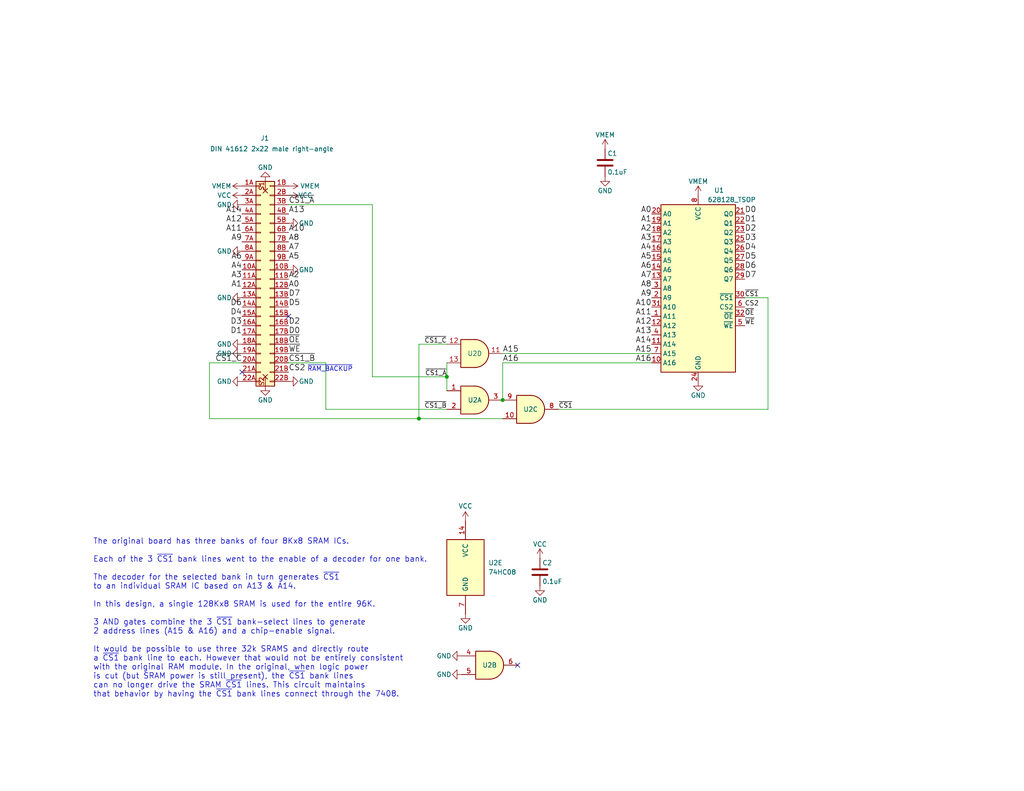
<source format=kicad_sch>
(kicad_sch (version 20211123) (generator eeschema)
  (paper "USLetter")
  (title_block (title "TANDY Model 600 96K SRAM Module") (date "2022-09-23") (rev "008") (company "Brian K. White - b.kenyon.w@gmail.com") (comment 1 "LICENSE: CC-BY-SA 4.0") (comment 2 "Originally based on Model600Sram_v1.1 by Jayeson Lee-Steer"))
  (lib_symbols
    (symbol "000_LOCAL:628128_TSOP"
      (property "Reference" "U" (at -10.16 23.495 0))
      (property "Value" "628128_TSOP" (at 2.54 23.495 0))
      (symbol "628128_TSOP_0_0"
        (pin power_in line (at 0 -25.4 90) (length 2.54) (name "GND") (number "24"))
        (pin power_in line (at 0 25.4 270) (length 2.54) (name "VCC") (number "8"))
      )
      (symbol "628128_TSOP_0_1"
        (rectangle (start -10.16 22.86) (end 10.16 -22.86) (stroke (width 0.254)) (fill (type background)))
      )
      (symbol "628128_TSOP_1_1"
        (pin input line (at -12.7 -7.62 0) (length 2.54) (name "A11") (number "1"))
        (pin input line (at -12.7 -20.32 0) (length 2.54) (name "A16") (number "10"))
        (pin input line (at -12.7 -15.24 0) (length 2.54) (name "A14") (number "11"))
        (pin input line (at -12.7 -10.16 0) (length 2.54) (name "A12") (number "12"))
        (pin input line (at -12.7 2.54 0) (length 2.54) (name "A7") (number "13"))
        (pin input line (at -12.7 5.08 0) (length 2.54) (name "A6") (number "14"))
        (pin input line (at -12.7 7.62 0) (length 2.54) (name "A5") (number "15"))
        (pin input line (at -12.7 10.16 0) (length 2.54) (name "A4") (number "16"))
        (pin input line (at -12.7 12.7 0) (length 2.54) (name "A3") (number "17"))
        (pin input line (at -12.7 15.24 0) (length 2.54) (name "A2") (number "18"))
        (pin input line (at -12.7 17.78 0) (length 2.54) (name "A1") (number "19"))
        (pin input line (at -12.7 -2.54 0) (length 2.54) (name "A9") (number "2"))
        (pin input line (at -12.7 20.32 0) (length 2.54) (name "A0") (number "20"))
        (pin tri_state line (at 12.7 20.32 180) (length 2.54) (name "Q0") (number "21"))
        (pin tri_state line (at 12.7 17.78 180) (length 2.54) (name "Q1") (number "22"))
        (pin tri_state line (at 12.7 15.24 180) (length 2.54) (name "Q2") (number "23"))
        (pin tri_state line (at 12.7 12.7 180) (length 2.54) (name "Q3") (number "25"))
        (pin tri_state line (at 12.7 10.16 180) (length 2.54) (name "Q4") (number "26"))
        (pin tri_state line (at 12.7 7.62 180) (length 2.54) (name "Q5") (number "27"))
        (pin tri_state line (at 12.7 5.08 180) (length 2.54) (name "Q6") (number "28"))
        (pin tri_state line (at 12.7 2.54 180) (length 2.54) (name "Q7") (number "29"))
        (pin input line (at -12.7 0 0) (length 2.54) (name "A8") (number "3"))
        (pin input line (at 12.7 -2.54 180) (length 2.54) (name "~{CS1}") (number "30"))
        (pin input line (at -12.7 -5.08 0) (length 2.54) (name "A10") (number "31"))
        (pin input line (at 12.7 -7.62 180) (length 2.54) (name "~{OE}") (number "32"))
        (pin input line (at -12.7 -12.7 0) (length 2.54) (name "A13") (number "4"))
        (pin input line (at 12.7 -10.16 180) (length 2.54) (name "~{WE}") (number "5"))
        (pin input line (at 12.7 -5.08 180) (length 2.54) (name "CS2") (number "6"))
        (pin input line (at -12.7 -17.78 0) (length 2.54) (name "A15") (number "7"))
        (pin no_connect line (at 10.16 -20.32 180) (length 2.54) hide (name "NC") (number "9"))
      )
    )
    (symbol "000_LOCAL:74HC08" (pin_names (offset 1.016))
      (property "Reference" "U" (at 0 1.27 0))
      (property "Value" "74HC08" (at 0 -1.27 0))
      (symbol "74HC08_1_1"
        (arc (start 0 -3.81) (mid 3.81 0) (end 0 3.81) (stroke (width 0.254)) (fill (type background)))
        (polyline (pts (xy 0 3.81) (xy -3.81 3.81) (xy -3.81 -3.81) (xy 0 -3.81)) (stroke (width 0.254)) (fill (type background)))
        (pin input line (at -7.62 2.54 0) (length 3.81) (name "~") (number "1"))
        (pin input line (at -7.62 -2.54 0) (length 3.81) (name "~") (number "2"))
        (pin output line (at 7.62 0 180) (length 3.81) (name "~") (number "3"))
      )
      (symbol "74HC08_1_2"
        (arc (start -3.81 -3.81) (mid -2.589 0) (end -3.81 3.81) (stroke (width 0.254)))
        (arc (start -0.6096 -3.81) (mid 2.1842 -2.5851) (end 3.81 0) (stroke (width 0.254)) (fill (type background)))
        (polyline (pts (xy -3.81 -3.81) (xy -0.635 -3.81)) (stroke (width 0.254)) (fill (type background)))
        (polyline (pts (xy -3.81 3.81) (xy -0.635 3.81)) (stroke (width 0.254)) (fill (type background)))
        (polyline (pts (xy -0.635 3.81) (xy -3.81 3.81) (xy -3.81 3.81) (xy -3.556 3.4036) (xy -3.0226 2.2606) (xy -2.6924 1.0414) (xy -2.6162 -0.254) (xy -2.7686 -1.4986) (xy -3.175 -2.7178) (xy -3.81 -3.81) (xy -3.81 -3.81) (xy -0.635 -3.81)) (stroke (width -25.4)) (fill (type background)))
        (arc (start 3.81 0) (mid 2.1915 2.5936) (end -0.6096 3.81) (stroke (width 0.254)) (fill (type background)))
        (pin input inverted (at -7.62 2.54 0) (length 4.318) (name "~") (number "1"))
        (pin input inverted (at -7.62 -2.54 0) (length 4.318) (name "~") (number "2"))
        (pin output inverted (at 7.62 0 180) (length 3.81) (name "~") (number "3"))
      )
      (symbol "74HC08_2_1"
        (arc (start 0 -3.81) (mid 3.81 0) (end 0 3.81) (stroke (width 0.254)) (fill (type background)))
        (polyline (pts (xy 0 3.81) (xy -3.81 3.81) (xy -3.81 -3.81) (xy 0 -3.81)) (stroke (width 0.254)) (fill (type background)))
        (pin input line (at -7.62 2.54 0) (length 3.81) (name "~") (number "4"))
        (pin input line (at -7.62 -2.54 0) (length 3.81) (name "~") (number "5"))
        (pin output line (at 7.62 0 180) (length 3.81) (name "~") (number "6"))
      )
      (symbol "74HC08_2_2"
        (arc (start -3.81 -3.81) (mid -2.589 0) (end -3.81 3.81) (stroke (width 0.254)))
        (arc (start -0.6096 -3.81) (mid 2.1842 -2.5851) (end 3.81 0) (stroke (width 0.254)) (fill (type background)))
        (polyline (pts (xy -3.81 -3.81) (xy -0.635 -3.81)) (stroke (width 0.254)) (fill (type background)))
        (polyline (pts (xy -3.81 3.81) (xy -0.635 3.81)) (stroke (width 0.254)) (fill (type background)))
        (polyline (pts (xy -0.635 3.81) (xy -3.81 3.81) (xy -3.81 3.81) (xy -3.556 3.4036) (xy -3.0226 2.2606) (xy -2.6924 1.0414) (xy -2.6162 -0.254) (xy -2.7686 -1.4986) (xy -3.175 -2.7178) (xy -3.81 -3.81) (xy -3.81 -3.81) (xy -0.635 -3.81)) (stroke (width -25.4)) (fill (type background)))
        (arc (start 3.81 0) (mid 2.1915 2.5936) (end -0.6096 3.81) (stroke (width 0.254)) (fill (type background)))
        (pin input inverted (at -7.62 2.54 0) (length 4.318) (name "~") (number "4"))
        (pin input inverted (at -7.62 -2.54 0) (length 4.318) (name "~") (number "5"))
        (pin output inverted (at 7.62 0 180) (length 3.81) (name "~") (number "6"))
      )
      (symbol "74HC08_3_1"
        (arc (start 0 -3.81) (mid 3.81 0) (end 0 3.81) (stroke (width 0.254)) (fill (type background)))
        (polyline (pts (xy 0 3.81) (xy -3.81 3.81) (xy -3.81 -3.81) (xy 0 -3.81)) (stroke (width 0.254)) (fill (type background)))
        (pin input line (at -7.62 -2.54 0) (length 3.81) (name "~") (number "10"))
        (pin output line (at 7.62 0 180) (length 3.81) (name "~") (number "8"))
        (pin input line (at -7.62 2.54 0) (length 3.81) (name "~") (number "9"))
      )
      (symbol "74HC08_3_2"
        (arc (start -3.81 -3.81) (mid -2.589 0) (end -3.81 3.81) (stroke (width 0.254)))
        (arc (start -0.6096 -3.81) (mid 2.1842 -2.5851) (end 3.81 0) (stroke (width 0.254)) (fill (type background)))
        (polyline (pts (xy -3.81 -3.81) (xy -0.635 -3.81)) (stroke (width 0.254)) (fill (type background)))
        (polyline (pts (xy -3.81 3.81) (xy -0.635 3.81)) (stroke (width 0.254)) (fill (type background)))
        (polyline (pts (xy -0.635 3.81) (xy -3.81 3.81) (xy -3.81 3.81) (xy -3.556 3.4036) (xy -3.0226 2.2606) (xy -2.6924 1.0414) (xy -2.6162 -0.254) (xy -2.7686 -1.4986) (xy -3.175 -2.7178) (xy -3.81 -3.81) (xy -3.81 -3.81) (xy -0.635 -3.81)) (stroke (width -25.4)) (fill (type background)))
        (arc (start 3.81 0) (mid 2.1915 2.5936) (end -0.6096 3.81) (stroke (width 0.254)) (fill (type background)))
        (pin input inverted (at -7.62 -2.54 0) (length 4.318) (name "~") (number "10"))
        (pin output inverted (at 7.62 0 180) (length 3.81) (name "~") (number "8"))
        (pin input inverted (at -7.62 2.54 0) (length 4.318) (name "~") (number "9"))
      )
      (symbol "74HC08_4_1"
        (arc (start 0 -3.81) (mid 3.81 0) (end 0 3.81) (stroke (width 0.254)) (fill (type background)))
        (polyline (pts (xy 0 3.81) (xy -3.81 3.81) (xy -3.81 -3.81) (xy 0 -3.81)) (stroke (width 0.254)) (fill (type background)))
        (pin output line (at 7.62 0 180) (length 3.81) (name "~") (number "11"))
        (pin input line (at -7.62 2.54 0) (length 3.81) (name "~") (number "12"))
        (pin input line (at -7.62 -2.54 0) (length 3.81) (name "~") (number "13"))
      )
      (symbol "74HC08_4_2"
        (arc (start -3.81 -3.81) (mid -2.589 0) (end -3.81 3.81) (stroke (width 0.254)))
        (arc (start -0.6096 -3.81) (mid 2.1842 -2.5851) (end 3.81 0) (stroke (width 0.254)) (fill (type background)))
        (polyline (pts (xy -3.81 -3.81) (xy -0.635 -3.81)) (stroke (width 0.254)) (fill (type background)))
        (polyline (pts (xy -3.81 3.81) (xy -0.635 3.81)) (stroke (width 0.254)) (fill (type background)))
        (polyline (pts (xy -0.635 3.81) (xy -3.81 3.81) (xy -3.81 3.81) (xy -3.556 3.4036) (xy -3.0226 2.2606) (xy -2.6924 1.0414) (xy -2.6162 -0.254) (xy -2.7686 -1.4986) (xy -3.175 -2.7178) (xy -3.81 -3.81) (xy -3.81 -3.81) (xy -0.635 -3.81)) (stroke (width -25.4)) (fill (type background)))
        (arc (start 3.81 0) (mid 2.1915 2.5936) (end -0.6096 3.81) (stroke (width 0.254)) (fill (type background)))
        (pin output inverted (at 7.62 0 180) (length 3.81) (name "~") (number "11"))
        (pin input inverted (at -7.62 2.54 0) (length 4.318) (name "~") (number "12"))
        (pin input inverted (at -7.62 -2.54 0) (length 4.318) (name "~") (number "13"))
      )
      (symbol "74HC08_5_0"
        (pin power_in line (at 0 12.7 270) (length 5.08) (name "VCC") (number "14"))
        (pin power_in line (at 0 -12.7 90) (length 5.08) (name "GND") (number "7"))
      )
      (symbol "74HC08_5_1"
        (rectangle (start -5.08 7.62) (end 5.08 -7.62) (stroke (width 0.254)) (fill (type background)))
      )
    )
    (symbol "000_LOCAL:C" (pin_numbers hide) (pin_names (offset 0.254))
      (property "Reference" "C" (at 0.635 2.54 0))
      (property "Value" "C" (at 0.635 -2.54 0))
      (symbol "C_0_1"
        (polyline (pts (xy -2.032 -0.762) (xy 2.032 -0.762)) (stroke (width 0.508)))
        (polyline (pts (xy -2.032 0.762) (xy 2.032 0.762)) (stroke (width 0.508)))
      )
      (symbol "C_1_1"
        (pin passive line (at 0 3.81 270) (length 2.794) (name "~") (number "1"))
        (pin passive line (at 0 -3.81 90) (length 2.794) (name "~") (number "2"))
      )
    )
    (symbol "000_LOCAL:DIN 41612 2x22 male right-angle" (pin_names (offset 1.016) hide)
      (property "Reference" "J" (at -2.7432 28.9052 0))
      (property "Value" "DIN 41612 2x22 male right-angle" (at 18.8468 28.8036 0))
      (symbol "DIN 41612 2x22 male right-angle_1_1"
        (rectangle (start -1.27 -27.813) (end 0 -28.067) (stroke (width 0.1524)))
        (rectangle (start -1.27 -25.273) (end 0 -25.527) (stroke (width 0.1524)))
        (rectangle (start -1.27 -22.733) (end 0 -22.987) (stroke (width 0.1524)))
        (rectangle (start -1.27 -20.193) (end 0 -20.447) (stroke (width 0.1524)))
        (rectangle (start -1.27 -17.653) (end 0 -17.907) (stroke (width 0.1524)))
        (rectangle (start -1.27 -15.113) (end 0 -15.367) (stroke (width 0.1524)))
        (rectangle (start -1.27 -12.573) (end 0 -12.827) (stroke (width 0.1524)))
        (rectangle (start -1.27 -10.033) (end 0 -10.287) (stroke (width 0.1524)))
        (rectangle (start -1.27 -7.493) (end 0 -7.747) (stroke (width 0.1524)))
        (rectangle (start -1.27 -4.953) (end 0 -5.207) (stroke (width 0.1524)))
        (rectangle (start -1.27 -2.413) (end 0 -2.667) (stroke (width 0.1524)))
        (rectangle (start -1.27 0.127) (end 0 -0.127) (stroke (width 0.1524)))
        (rectangle (start -1.27 2.667) (end 0 2.413) (stroke (width 0.1524)))
        (rectangle (start -1.27 5.207) (end 0 4.953) (stroke (width 0.1524)))
        (rectangle (start -1.27 7.747) (end 0 7.493) (stroke (width 0.1524)))
        (rectangle (start -1.27 10.287) (end 0 10.033) (stroke (width 0.1524)))
        (rectangle (start -1.27 12.827) (end 0 12.573) (stroke (width 0.1524)))
        (rectangle (start -1.27 15.367) (end 0 15.113) (stroke (width 0.1524)))
        (rectangle (start -1.27 17.907) (end 0 17.653) (stroke (width 0.1524)))
        (rectangle (start -1.27 20.447) (end 0 20.193) (stroke (width 0.1524)))
        (rectangle (start -1.27 22.987) (end 0 22.733) (stroke (width 0.1524)))
        (rectangle (start -1.27 25.527) (end 0 25.273) (stroke (width 0.1524)))
        (rectangle (start -1.27 26.67) (end 3.81 -29.21) (stroke (width 0.254)) (fill (type background)))
        (rectangle (start 3.81 -27.813) (end 2.54 -28.067) (stroke (width 0.1524)))
        (rectangle (start 3.81 -25.273) (end 2.54 -25.527) (stroke (width 0.1524)))
        (rectangle (start 3.81 -22.733) (end 2.54 -22.987) (stroke (width 0.1524)))
        (rectangle (start 3.81 -20.193) (end 2.54 -20.447) (stroke (width 0.1524)))
        (rectangle (start 3.81 -17.653) (end 2.54 -17.907) (stroke (width 0.1524)))
        (rectangle (start 3.81 -15.113) (end 2.54 -15.367) (stroke (width 0.1524)))
        (rectangle (start 3.81 -12.573) (end 2.54 -12.827) (stroke (width 0.1524)))
        (rectangle (start 3.81 -10.033) (end 2.54 -10.287) (stroke (width 0.1524)))
        (rectangle (start 3.81 -7.493) (end 2.54 -7.747) (stroke (width 0.1524)))
        (rectangle (start 3.81 -4.953) (end 2.54 -5.207) (stroke (width 0.1524)))
        (rectangle (start 3.81 -2.413) (end 2.54 -2.667) (stroke (width 0.1524)))
        (rectangle (start 3.81 0.127) (end 2.54 -0.127) (stroke (width 0.1524)))
        (rectangle (start 3.81 2.667) (end 2.54 2.413) (stroke (width 0.1524)))
        (rectangle (start 3.81 5.207) (end 2.54 4.953) (stroke (width 0.1524)))
        (rectangle (start 3.81 7.747) (end 2.54 7.493) (stroke (width 0.1524)))
        (rectangle (start 3.81 10.287) (end 2.54 10.033) (stroke (width 0.1524)))
        (rectangle (start 3.81 12.827) (end 2.54 12.573) (stroke (width 0.1524)))
        (rectangle (start 3.81 15.367) (end 2.54 15.113) (stroke (width 0.1524)))
        (rectangle (start 3.81 17.907) (end 2.54 17.653) (stroke (width 0.1524)))
        (rectangle (start 3.81 20.447) (end 2.54 20.193) (stroke (width 0.1524)))
        (rectangle (start 3.81 22.987) (end 2.54 22.733) (stroke (width 0.1524)))
        (rectangle (start 3.81 25.527) (end 2.54 25.273) (stroke (width 0.1524)))
        (pin passive line (at -5.08 2.54 0) (length 3.81) (name "10A") (number "10A"))
        (pin passive line (at 7.62 2.54 180) (length 3.81) (name "10B") (number "10B"))
        (pin passive line (at -5.08 0 0) (length 3.81) (name "11A") (number "11A"))
        (pin passive line (at 7.62 0 180) (length 3.81) (name "11B") (number "11B"))
        (pin passive line (at -5.08 -2.54 0) (length 3.81) (name "12A") (number "12A"))
        (pin passive line (at 7.62 -2.54 180) (length 3.81) (name "12B") (number "12B"))
        (pin passive line (at -5.08 -5.08 0) (length 3.81) (name "13A") (number "13A"))
        (pin passive line (at 7.62 -5.08 180) (length 3.81) (name "13B") (number "13B"))
        (pin passive line (at -5.08 -7.62 0) (length 3.81) (name "14A") (number "14A"))
        (pin passive line (at 7.62 -7.62 180) (length 3.81) (name "14B") (number "14B"))
        (pin passive line (at -5.08 -10.16 0) (length 3.81) (name "15A") (number "15A"))
        (pin passive line (at 7.62 -10.16 180) (length 3.81) (name "15B") (number "15B"))
        (pin passive line (at -5.08 -12.7 0) (length 3.81) (name "16A") (number "16A"))
        (pin passive line (at 7.62 -12.7 180) (length 3.81) (name "16B") (number "16B"))
        (pin passive line (at -5.08 -15.24 0) (length 3.81) (name "17A") (number "17A"))
        (pin passive line (at 7.62 -15.24 180) (length 3.81) (name "17B") (number "17B"))
        (pin passive line (at -5.08 -17.78 0) (length 3.81) (name "18A") (number "18A"))
        (pin passive line (at 7.62 -17.78 180) (length 3.81) (name "18B") (number "18B"))
        (pin passive line (at -5.08 -20.32 0) (length 3.81) (name "19A") (number "19A"))
        (pin passive line (at 7.62 -20.32 180) (length 3.81) (name "19B") (number "19B"))
        (pin passive line (at -5.08 25.4 0) (length 3.81) (name "1A") (number "1A"))
        (pin passive line (at 7.62 25.4 180) (length 3.81) (name "1B") (number "1B"))
        (pin passive line (at -5.08 -22.86 0) (length 3.81) (name "20A") (number "20A"))
        (pin passive line (at 7.62 -22.86 180) (length 3.81) (name "20B") (number "20B"))
        (pin passive line (at -5.08 -25.4 0) (length 3.81) (name "21A") (number "21A"))
        (pin passive line (at 7.62 -25.4 180) (length 3.81) (name "21B") (number "21B"))
        (pin passive line (at -5.08 -27.94 0) (length 3.81) (name "22A") (number "22A"))
        (pin passive line (at 7.62 -27.94 180) (length 3.81) (name "22B") (number "22B"))
        (pin passive line (at -5.08 22.86 0) (length 3.81) (name "2A") (number "2A"))
        (pin passive line (at 7.62 22.86 180) (length 3.81) (name "2B") (number "2B"))
        (pin passive line (at -5.08 20.32 0) (length 3.81) (name "3A") (number "3A"))
        (pin passive line (at 7.62 20.32 180) (length 3.81) (name "3B") (number "3B"))
        (pin passive line (at -5.08 17.78 0) (length 3.81) (name "4A") (number "4A"))
        (pin passive line (at 7.62 17.78 180) (length 3.81) (name "4B") (number "4B"))
        (pin passive line (at -5.08 15.24 0) (length 3.81) (name "5A") (number "5A"))
        (pin passive line (at 7.62 15.24 180) (length 3.81) (name "5B") (number "5B"))
        (pin passive line (at -5.08 12.7 0) (length 3.81) (name "6A") (number "6A"))
        (pin passive line (at 7.62 12.7 180) (length 3.81) (name "6B") (number "6B"))
        (pin passive line (at -5.08 10.16 0) (length 3.81) (name "7A") (number "7A"))
        (pin passive line (at 7.62 10.16 180) (length 3.81) (name "7B") (number "7B"))
        (pin passive line (at -5.08 7.62 0) (length 3.81) (name "8A") (number "8A"))
        (pin passive line (at 7.62 7.62 180) (length 3.81) (name "8B") (number "8B"))
        (pin passive line (at -5.08 5.08 0) (length 3.81) (name "9A") (number "9A"))
        (pin passive line (at 7.62 5.08 180) (length 3.81) (name "9B") (number "9B"))
        (pin passive non_logic (at 1.27 26.67 270) (length 2.54) (name "mount") (number "S1"))
        (pin passive non_logic (at 1.27 -29.21 90) (length 2.54) (name "mount") (number "S2"))
      )
    )
    (symbol "000_LOCAL:GND" (power) (pin_names (offset 0))
      (property "Value" "GND" (at 0 -3.81 0))
      (symbol "GND_0_1"
        (polyline (pts (xy 0 0) (xy 0 -1.27) (xy 1.27 -1.27) (xy 0 -2.54) (xy -1.27 -1.27) (xy 0 -1.27)))
      )
      (symbol "GND_1_1"
        (pin power_in line (at 0 0 270) (length 0) hide (name "GND") (number "1"))
      )
    )
    (symbol "000_LOCAL:VCC" (power) (pin_names (offset 0))
      (property "Value" "VCC" (at 0 3.81 0))
      (symbol "VCC_0_1"
        (polyline (pts (xy -0.762 1.27) (xy 0 2.54)))
        (polyline (pts (xy 0 0) (xy 0 2.54)))
        (polyline (pts (xy 0 2.54) (xy 0.762 1.27)))
      )
      (symbol "VCC_1_1"
        (pin power_in line (at 0 0 90) (length 0) hide (name "VCC") (number "1"))
      )
    )
    (symbol "000_LOCAL:VMEM" (power) (pin_names (offset 0))
      (property "Value" "VMEM" (at 0 3.81 0))
      (symbol "VMEM_0_1"
        (polyline (pts (xy -0.762 1.27) (xy 0 2.54)))
        (polyline (pts (xy 0 0) (xy 0 2.54)))
        (polyline (pts (xy 0 2.54) (xy 0.762 1.27)))
      )
      (symbol "VMEM_1_1"
        (pin power_in line (at 0 0 90) (length 0) hide (name "VMEM") (number "1"))
      )
    )
  )
  (junction (at 121.92 102.87))
  (junction (at 137.16 109.22))
  (junction (at 114.3 114.3))
  (no_connect (at 141.224 181.61))
  (no_connect (at 66.04 101.6))
  (no_connect (at 78.74 86.36))
  (wire (pts (xy 203.2 81.28) (xy 209.55 81.28)))
  (wire (pts (xy 78.74 55.88) (xy 101.6 55.88)))
  (wire (pts (xy 137.16 99.06) (xy 177.8 99.06)))
  (wire (pts (xy 137.16 96.52) (xy 177.8 96.52)))
  (wire (pts (xy 57.15 114.3) (xy 114.3 114.3)))
  (wire (pts (xy 209.55 81.28) (xy 209.55 111.76)))
  (wire (pts (xy 88.9 111.76) (xy 121.92 111.76)))
  (wire (pts (xy 101.6 55.88) (xy 101.6 102.87)))
  (wire (pts (xy 152.4 111.76) (xy 209.55 111.76)))
  (wire (pts (xy 121.92 102.87) (xy 121.92 106.68)))
  (wire (pts (xy 78.74 99.06) (xy 88.9 99.06)))
  (wire (pts (xy 114.3 93.98) (xy 114.3 114.3)))
  (wire (pts (xy 114.3 93.98) (xy 121.92 93.98)))
  (wire (pts (xy 137.16 109.22) (xy 137.16 99.06)))
  (wire (pts (xy 88.9 99.06) (xy 88.9 111.76)))
  (wire (pts (xy 121.92 99.06) (xy 121.92 102.87)))
  (wire (pts (xy 101.6 102.87) (xy 121.92 102.87)))
  (wire (pts (xy 114.3 114.3) (xy 137.16 114.3)))
  (wire (pts (xy 66.04 99.06) (xy 57.15 99.06)))
  (wire (pts (xy 57.15 99.06) (xy 57.15 114.3)))
  (text "~{RAM_BACKUP}" (at 83.82 101.6 0) (effects (font (size 1.27 1.27)) (justify left bottom)))
  (text "The original board has three banks of four 8Kx8 SRAM ICs.\n\nEach of the 3 ~{CS1} bank lines went to the enable of a decoder for one bank.\n\nThe decoder for the selected bank in turn generates ~{CS1}\nto an individual SRAM IC based on A13 & A14.\n\nIn this design, a single 128Kx8 SRAM is used for the entire 96K.\n\n3 AND gates combine the 3 ~{CS1} bank-select lines to generate\n2 address lines (A15 & A16) and a chip-enable signal.\n\nIt would be possible to use three 32k SRAMS and directly route\na ~{CS1} bank line to each. However that would not be entirely consistent \nwith the original RAM module. In the original, when logic power \nis cut (but SRAM power is still present), the ~{CS1} bank lines \ncan no longer drive the SRAM ~{CS1} lines. This circuit maintains\nthat behavior by having the ~{CS1} bank lines connect through the 7408.\n" (at 25.4 190.5 0) (effects (font (size 1.524 1.524)) (justify left bottom)))
  (label "D2" (at 78.74 88.9 0) (effects (font (size 1.524 1.524))))
  (label "~{CS1_C}" (at 66.04 99.06 180) (effects (font (size 1.524 1.524))))
  (label "A13" (at 78.74 58.42 0) (effects (font (size 1.524 1.524))))
  (label "A15" (at 137.16 96.52 0) (effects (font (size 1.524 1.524))))
  (label "A12" (at 66.04 60.96 180) (effects (font (size 1.524 1.524))))
  (label "D6" (at 66.04 83.82 180) (effects (font (size 1.524 1.524))))
  (label "A13" (at 177.8 91.44 180) (effects (font (size 1.524 1.524))))
  (label "A7" (at 177.8 76.2 180) (effects (font (size 1.524 1.524))))
  (label "A16" (at 137.16 99.06 0) (effects (font (size 1.524 1.524))))
  (label "A1" (at 177.8 60.96 180) (effects (font (size 1.524 1.524))))
  (label "~{WE}" (at 203.2 88.9 0))
  (label "A4" (at 66.04 73.66 180) (effects (font (size 1.524 1.524))))
  (label "A3" (at 66.04 76.2 180) (effects (font (size 1.524 1.524))))
  (label "A4" (at 177.8 68.58 180) (effects (font (size 1.524 1.524))))
  (label "~{CS1_A}" (at 121.92 102.87 180))
  (label "A12" (at 177.8 88.9 180) (effects (font (size 1.524 1.524))))
  (label "A9" (at 177.8 81.28 180) (effects (font (size 1.524 1.524))))
  (label "D0" (at 203.2 58.42 0) (effects (font (size 1.524 1.524))))
  (label "D0" (at 78.74 91.44 0) (effects (font (size 1.524 1.524))))
  (label "D7" (at 78.74 81.28 0) (effects (font (size 1.524 1.524))))
  (label "CS2" (at 78.74 101.6 0) (effects (font (size 1.524 1.524))))
  (label "A2" (at 78.74 76.2 0) (effects (font (size 1.524 1.524))))
  (label "D5" (at 203.2 71.12 0) (effects (font (size 1.524 1.524))))
  (label "A5" (at 177.8 71.12 180) (effects (font (size 1.524 1.524))))
  (label "A1" (at 66.04 78.74 180) (effects (font (size 1.524 1.524))))
  (label "~{CS1_A}" (at 78.74 55.88 0) (effects (font (size 1.524 1.524))))
  (label "CS2" (at 203.2 83.82 0))
  (label "D4" (at 66.04 86.36 180) (effects (font (size 1.524 1.524))))
  (label "A11" (at 177.8 86.36 180) (effects (font (size 1.524 1.524))))
  (label "A16" (at 177.8 99.06 180) (effects (font (size 1.524 1.524))))
  (label "D1" (at 66.04 91.44 180) (effects (font (size 1.524 1.524))))
  (label "A10" (at 177.8 83.82 180) (effects (font (size 1.524 1.524))))
  (label "A3" (at 177.8 66.04 180) (effects (font (size 1.524 1.524))))
  (label "~{CS1_B}" (at 78.74 99.06 0) (effects (font (size 1.524 1.524))))
  (label "~{CS1_C}" (at 121.92 93.98 180))
  (label "D5" (at 78.74 83.82 0) (effects (font (size 1.524 1.524))))
  (label "A6" (at 66.04 71.12 180) (effects (font (size 1.524 1.524))))
  (label "A5" (at 78.74 71.12 0) (effects (font (size 1.524 1.524))))
  (label "~{OE}" (at 78.74 93.98 0) (effects (font (size 1.524 1.524))))
  (label "A0" (at 78.74 78.74 0) (effects (font (size 1.524 1.524))))
  (label "A8" (at 78.74 66.04 0) (effects (font (size 1.524 1.524))))
  (label "~{CS1}" (at 152.4 111.76 0))
  (label "D1" (at 203.2 60.96 0) (effects (font (size 1.524 1.524))))
  (label "D3" (at 66.04 88.9 180) (effects (font (size 1.524 1.524))))
  (label "A14" (at 177.8 93.98 180) (effects (font (size 1.524 1.524))))
  (label "A10" (at 78.74 63.5 0) (effects (font (size 1.524 1.524))))
  (label "A11" (at 66.04 63.5 180) (effects (font (size 1.524 1.524))))
  (label "A2" (at 177.8 63.5 180) (effects (font (size 1.524 1.524))))
  (label "D7" (at 203.2 76.2 0) (effects (font (size 1.524 1.524))))
  (label "A14" (at 66.04 58.42 180) (effects (font (size 1.524 1.524))))
  (label "A8" (at 177.8 78.74 180) (effects (font (size 1.524 1.524))))
  (label "D2" (at 203.2 63.5 0) (effects (font (size 1.524 1.524))))
  (label "D3" (at 203.2 66.04 0) (effects (font (size 1.524 1.524))))
  (label "A7" (at 78.74 68.58 0) (effects (font (size 1.524 1.524))))
  (label "A15" (at 177.8 96.52 180) (effects (font (size 1.524 1.524))))
  (label "~{CS1_B}" (at 121.92 111.76 180))
  (label "A0" (at 177.8 58.42 180) (effects (font (size 1.524 1.524))))
  (label "A9" (at 66.04 66.04 180) (effects (font (size 1.524 1.524))))
  (label "~{OE}" (at 203.2 86.36 0))
  (label "A6" (at 177.8 73.66 180) (effects (font (size 1.524 1.524))))
  (label "~{CS1}" (at 203.2 81.28 0))
  (label "D4" (at 203.2 68.58 0) (effects (font (size 1.524 1.524))))
  (label "D6" (at 203.2 73.66 0) (effects (font (size 1.524 1.524))))
  (label "~{WE}" (at 78.74 96.52 0) (effects (font (size 1.524 1.524))))
  (symbol (lib_id "000_LOCAL:C") (at 165.1 44.45 0) (unit 1)
    (property "Reference" "C1" (at 165.735 41.91 0) (effects (justify left)))
    (property "Value" "0.1uF" (at 165.735 46.99 0) (effects (justify left)))
    (property "Footprint" "000_LOCAL:C_0805" (effects hide))
  )
  (symbol (lib_id "000_LOCAL:C") (at 147.32 156.21 0) (unit 1)
    (property "Reference" "C2" (at 147.955 153.67 0) (effects (justify left)))
    (property "Value" "0.1uF" (at 147.955 158.75 0) (effects (justify left)))
    (property "Footprint" "000_LOCAL:C_0805" (effects hide))
  )
  (symbol (lib_id "000_LOCAL:DIN 41612 2x22 male right-angle") (at 71.12 76.2 0) (unit 1)
    (property "Reference" "J1" (at 72.263 37.719 0))
    (property "Value" "DIN 41612 2x22 male right-angle" (at 74.168 40.64 0))
    (property "Footprint" "000_LOCAL:DIN 41612 2x22 male right-angle" (effects hide))
  )
  (symbol (lib_id "000_LOCAL:VCC") (at 147.32 152.4 0) (unit 1)
    (property "Reference" "#PWR0104" (effects hide))
    (property "Value" "VCC" (at 147.32 148.59 0))
  )
  (symbol (lib_id "000_LOCAL:VMEM") (at 66.04 50.8 90) (unit 1)
    (property "Reference" "#PWR0101" (effects hide))
    (property "Value" "VMEM" (at 60.452 50.8 90))
  )
  (symbol (lib_id "000_LOCAL:VMEM") (at 78.74 50.8 270) (unit 1)
    (property "Reference" "#PWR0102" (effects hide))
    (property "Value" "VMEM" (at 84.582 50.8 90))
  )
  (symbol (lib_id "000_LOCAL:VCC") (at 66.04 53.34 90) (unit 1)
    (property "Reference" "#PWR0103" (effects hide))
    (property "Value" "VCC" (at 61.214 53.34 90))
  )
  (symbol (lib_id "000_LOCAL:VCC") (at 78.74 53.34 270) (unit 1)
    (property "Reference" "#PWR0108" (effects hide))
    (property "Value" "VCC" (at 83.312 53.34 90))
  )
  (symbol (lib_id "000_LOCAL:GND") (at 147.32 160.02 0) (unit 1)
    (property "Reference" "#PWR0105" (effects hide))
    (property "Value" "GND" (at 147.32 163.83 0))
  )
  (symbol (lib_id "000_LOCAL:GND") (at 165.1 48.26 0) (unit 1)
    (property "Reference" "#PWR0106" (effects hide))
    (property "Value" "GND" (at 165.1 52.07 0))
  )
  (symbol (lib_id "000_LOCAL:VMEM") (at 165.1 40.64 0) (unit 1)
    (property "Reference" "#PWR0107" (effects hide))
    (property "Value" "VMEM" (at 165.1 36.83 0))
  )
  (symbol (lib_id "000_LOCAL:GND") (at 78.74 60.96 90) (unit 1)
    (property "Reference" "#PWR0109" (effects hide))
    (property "Value" "GND" (at 83.566 60.96 90))
  )
  (symbol (lib_id "000_LOCAL:GND") (at 78.74 73.66 90) (unit 1)
    (property "Reference" "#PWR0110" (effects hide))
    (property "Value" "GND" (at 83.566 73.66 90))
  )
  (symbol (lib_id "000_LOCAL:VMEM") (at 190.5 53.34 0) (unit 1)
    (property "Reference" "#PWR0115" (effects hide))
    (property "Value" "VMEM" (at 190.5 49.53 0))
  )
  (symbol (lib_id "000_LOCAL:GND") (at 78.74 104.14 90) (unit 1)
    (property "Reference" "#PWR0111" (effects hide))
    (property "Value" "GND" (at 83.566 104.14 90))
  )
  (symbol (lib_id "000_LOCAL:GND") (at 66.04 55.88 270) (unit 1)
    (property "Reference" "#PWR0112" (effects hide))
    (property "Value" "GND" (at 61.214 55.88 90))
  )
  (symbol (lib_id "000_LOCAL:GND") (at 66.04 68.58 270) (unit 1)
    (property "Reference" "#PWR0116" (effects hide))
    (property "Value" "GND" (at 61.214 68.58 90))
  )
  (symbol (lib_id "000_LOCAL:GND") (at 66.04 81.28 270) (unit 1)
    (property "Reference" "#PWR0117" (effects hide))
    (property "Value" "GND" (at 61.214 81.28 90))
  )
  (symbol (lib_id "000_LOCAL:GND") (at 66.04 93.98 270) (unit 1)
    (property "Reference" "#PWR0118" (effects hide))
    (property "Value" "GND" (at 61.214 93.98 90))
  )
  (symbol (lib_id "000_LOCAL:GND") (at 66.04 96.52 270) (unit 1)
    (property "Reference" "#PWR0119" (effects hide))
    (property "Value" "GND" (at 61.214 96.52 90))
  )
  (symbol (lib_id "000_LOCAL:GND") (at 66.04 104.14 270) (unit 1)
    (property "Reference" "#PWR0120" (effects hide))
    (property "Value" "GND" (at 61.214 104.14 90))
  )
  (symbol (lib_id "000_LOCAL:628128_TSOP") (at 190.5 78.74 0) (unit 1)
    (property "Reference" "U1" (at 196.215 51.943 0))
    (property "Value" "628128_TSOP" (at 193.04 55.245 0) (effects (justify left bottom)))
    (property "Footprint" "000_LOCAL:TSOP32-dual" (effects hide))
    (property "Datasheet" "http://www.futurlec.com/Datasheet/Memory/628128.pdf" (effects hide))
  )
  (symbol (lib_id "000_LOCAL:GND") (at 72.39 105.41 0) (unit 1)
    (property "Reference" "#PWR0126" (effects hide))
    (property "Value" "GND" (at 72.39 109.22 0))
  )
  (symbol (lib_id "000_LOCAL:74HC08") (at 133.604 181.61 0) (unit 2)
    (property "Reference" "U2" (at 133.604 181.61 0))
    (property "Value" "74HC08" (effects hide))
    (property "Footprint" "000_LOCAL:SOIC-14_3.9x8.7mm_P1.27mm" (effects hide))
    (property "Datasheet" "https://assets.nexperia.com/documents/data-sheet/74HC_HCT08.pdf" (effects hide))
  )
  (symbol (lib_id "000_LOCAL:GND") (at 72.39 49.53 0) (mirror x) (unit 1)
    (property "Reference" "#PWR0127" (effects hide))
    (property "Value" "GND" (at 72.39 45.72 0))
  )
  (symbol (lib_id "000_LOCAL:VCC") (at 127 142.24 0) (unit 1)
    (property "Reference" "#PWR0113" (effects hide))
    (property "Value" "VCC" (at 127 138.176 0))
  )
  (symbol (lib_id "000_LOCAL:GND") (at 190.5 104.14 0) (unit 1)
    (property "Reference" "#PWR0121" (effects hide))
    (property "Value" "GND" (at 190.5 107.95 0))
  )
  (symbol (lib_id "000_LOCAL:GND") (at 125.984 179.07 270) (unit 1)
    (property "Reference" "#PWR0122" (effects hide))
    (property "Value" "GND" (at 121.158 179.07 90))
  )
  (symbol (lib_id "000_LOCAL:74HC08") (at 129.54 96.52 0) (unit 4)
    (property "Reference" "U2" (at 129.54 96.52 0))
    (property "Value" "74HC08" (effects hide))
    (property "Footprint" "000_LOCAL:SOIC-14_3.9x8.7mm_P1.27mm" (effects hide))
    (property "Datasheet" "https://assets.nexperia.com/documents/data-sheet/74HC_HCT08.pdf" (effects hide))
  )
  (symbol (lib_id "000_LOCAL:74HC08") (at 129.54 109.22 0) (unit 1)
    (property "Reference" "U2" (at 129.54 109.22 0))
    (property "Value" "74HC08" (effects hide))
    (property "Footprint" "000_LOCAL:SOIC-14_3.9x8.7mm_P1.27mm" (effects hide))
    (property "Datasheet" "https://assets.nexperia.com/documents/data-sheet/74HC_HCT08.pdf" (effects hide))
  )
  (symbol (lib_id "000_LOCAL:74HC08") (at 127 154.94 0) (unit 5)
    (property "Reference" "U2" (at 133.223 153.6699 0) (effects (justify left)))
    (property "Value" "74HC08" (at 133.223 156.2099 0) (effects (justify left)))
    (property "Footprint" "000_LOCAL:SOIC-14_3.9x8.7mm_P1.27mm" (effects hide))
    (property "Datasheet" "https://assets.nexperia.com/documents/data-sheet/74HC_HCT08.pdf" (effects hide))
  )
  (symbol (lib_id "000_LOCAL:GND") (at 125.984 184.15 270) (unit 1)
    (property "Reference" "#PWR0123" (effects hide))
    (property "Value" "GND" (at 121.158 184.15 90))
  )
  (symbol (lib_id "000_LOCAL:GND") (at 127 167.64 0) (unit 1)
    (property "Reference" "#PWR0114" (effects hide))
    (property "Value" "GND" (at 127 171.45 0))
  )
  (symbol (lib_id "000_LOCAL:74HC08") (at 144.78 111.76 0) (unit 3)
    (property "Reference" "U2" (at 144.78 111.76 0))
    (property "Value" "74HC08" (effects hide))
    (property "Footprint" "000_LOCAL:SOIC-14_3.9x8.7mm_P1.27mm" (effects hide))
    (property "Datasheet" "https://assets.nexperia.com/documents/data-sheet/74HC_HCT08.pdf" (effects hide))
  )
)
</source>
